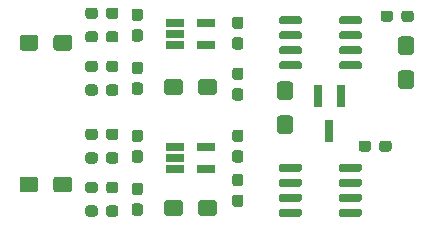
<source format=gbr>
%TF.GenerationSoftware,KiCad,Pcbnew,5.1.9*%
%TF.CreationDate,2021-01-25T14:22:29+03:00*%
%TF.ProjectId,dual-mcp3201-pmod,6475616c-2d6d-4637-9033-3230312d706d,rev?*%
%TF.SameCoordinates,PX4c4b400PY8583b00*%
%TF.FileFunction,Paste,Top*%
%TF.FilePolarity,Positive*%
%FSLAX46Y46*%
G04 Gerber Fmt 4.6, Leading zero omitted, Abs format (unit mm)*
G04 Created by KiCad (PCBNEW 5.1.9) date 2021-01-25 14:22:29*
%MOMM*%
%LPD*%
G01*
G04 APERTURE LIST*
%ADD10R,0.800000X1.900000*%
%ADD11R,1.560000X0.650000*%
G04 APERTURE END LIST*
%TO.C,C12*%
G36*
G01*
X26487500Y17175000D02*
X26012500Y17175000D01*
G75*
G02*
X25775000Y17412500I0J237500D01*
G01*
X25775000Y17987500D01*
G75*
G02*
X26012500Y18225000I237500J0D01*
G01*
X26487500Y18225000D01*
G75*
G02*
X26725000Y17987500I0J-237500D01*
G01*
X26725000Y17412500D01*
G75*
G02*
X26487500Y17175000I-237500J0D01*
G01*
G37*
G36*
G01*
X26487500Y15425000D02*
X26012500Y15425000D01*
G75*
G02*
X25775000Y15662500I0J237500D01*
G01*
X25775000Y16237500D01*
G75*
G02*
X26012500Y16475000I237500J0D01*
G01*
X26487500Y16475000D01*
G75*
G02*
X26725000Y16237500I0J-237500D01*
G01*
X26725000Y15662500D01*
G75*
G02*
X26487500Y15425000I-237500J0D01*
G01*
G37*
%TD*%
%TO.C,C11*%
G36*
G01*
X21600000Y12675001D02*
X21600000Y11824999D01*
G75*
G02*
X21350001Y11575000I-249999J0D01*
G01*
X20274999Y11575000D01*
G75*
G02*
X20025000Y11824999I0J249999D01*
G01*
X20025000Y12675001D01*
G75*
G02*
X20274999Y12925000I249999J0D01*
G01*
X21350001Y12925000D01*
G75*
G02*
X21600000Y12675001I0J-249999D01*
G01*
G37*
G36*
G01*
X24475000Y12675001D02*
X24475000Y11824999D01*
G75*
G02*
X24225001Y11575000I-249999J0D01*
G01*
X23149999Y11575000D01*
G75*
G02*
X22900000Y11824999I0J249999D01*
G01*
X22900000Y12675001D01*
G75*
G02*
X23149999Y12925000I249999J0D01*
G01*
X24225001Y12925000D01*
G75*
G02*
X24475000Y12675001I0J-249999D01*
G01*
G37*
%TD*%
%TO.C,C10*%
G36*
G01*
X14400000Y14237500D02*
X14400000Y13762500D01*
G75*
G02*
X14162500Y13525000I-237500J0D01*
G01*
X13587500Y13525000D01*
G75*
G02*
X13350000Y13762500I0J237500D01*
G01*
X13350000Y14237500D01*
G75*
G02*
X13587500Y14475000I237500J0D01*
G01*
X14162500Y14475000D01*
G75*
G02*
X14400000Y14237500I0J-237500D01*
G01*
G37*
G36*
G01*
X16150000Y14237500D02*
X16150000Y13762500D01*
G75*
G02*
X15912500Y13525000I-237500J0D01*
G01*
X15337500Y13525000D01*
G75*
G02*
X15100000Y13762500I0J237500D01*
G01*
X15100000Y14237500D01*
G75*
G02*
X15337500Y14475000I237500J0D01*
G01*
X15912500Y14475000D01*
G75*
G02*
X16150000Y14237500I0J-237500D01*
G01*
G37*
%TD*%
%TO.C,C9*%
G36*
G01*
X10650000Y15574999D02*
X10650000Y16425001D01*
G75*
G02*
X10899999Y16675000I249999J0D01*
G01*
X11975001Y16675000D01*
G75*
G02*
X12225000Y16425001I0J-249999D01*
G01*
X12225000Y15574999D01*
G75*
G02*
X11975001Y15325000I-249999J0D01*
G01*
X10899999Y15325000D01*
G75*
G02*
X10650000Y15574999I0J249999D01*
G01*
G37*
G36*
G01*
X7775000Y15574999D02*
X7775000Y16425001D01*
G75*
G02*
X8024999Y16675000I249999J0D01*
G01*
X9100001Y16675000D01*
G75*
G02*
X9350000Y16425001I0J-249999D01*
G01*
X9350000Y15574999D01*
G75*
G02*
X9100001Y15325000I-249999J0D01*
G01*
X8024999Y15325000D01*
G75*
G02*
X7775000Y15574999I0J249999D01*
G01*
G37*
%TD*%
%TO.C,C8*%
G36*
G01*
X17512500Y17150000D02*
X17987500Y17150000D01*
G75*
G02*
X18225000Y16912500I0J-237500D01*
G01*
X18225000Y16337500D01*
G75*
G02*
X17987500Y16100000I-237500J0D01*
G01*
X17512500Y16100000D01*
G75*
G02*
X17275000Y16337500I0J237500D01*
G01*
X17275000Y16912500D01*
G75*
G02*
X17512500Y17150000I237500J0D01*
G01*
G37*
G36*
G01*
X17512500Y18900000D02*
X17987500Y18900000D01*
G75*
G02*
X18225000Y18662500I0J-237500D01*
G01*
X18225000Y18087500D01*
G75*
G02*
X17987500Y17850000I-237500J0D01*
G01*
X17512500Y17850000D01*
G75*
G02*
X17275000Y18087500I0J237500D01*
G01*
X17275000Y18662500D01*
G75*
G02*
X17512500Y18900000I237500J0D01*
G01*
G37*
%TD*%
%TO.C,C7*%
G36*
G01*
X40925001Y14962500D02*
X40074999Y14962500D01*
G75*
G02*
X39825000Y15212499I0J249999D01*
G01*
X39825000Y16287501D01*
G75*
G02*
X40074999Y16537500I249999J0D01*
G01*
X40925001Y16537500D01*
G75*
G02*
X41175000Y16287501I0J-249999D01*
G01*
X41175000Y15212499D01*
G75*
G02*
X40925001Y14962500I-249999J0D01*
G01*
G37*
G36*
G01*
X40925001Y12087500D02*
X40074999Y12087500D01*
G75*
G02*
X39825000Y12337499I0J249999D01*
G01*
X39825000Y13412501D01*
G75*
G02*
X40074999Y13662500I249999J0D01*
G01*
X40925001Y13662500D01*
G75*
G02*
X41175000Y13412501I0J-249999D01*
G01*
X41175000Y12337499D01*
G75*
G02*
X40925001Y12087500I-249999J0D01*
G01*
G37*
%TD*%
%TO.C,C14*%
G36*
G01*
X30675001Y11150000D02*
X29824999Y11150000D01*
G75*
G02*
X29575000Y11399999I0J249999D01*
G01*
X29575000Y12475001D01*
G75*
G02*
X29824999Y12725000I249999J0D01*
G01*
X30675001Y12725000D01*
G75*
G02*
X30925000Y12475001I0J-249999D01*
G01*
X30925000Y11399999D01*
G75*
G02*
X30675001Y11150000I-249999J0D01*
G01*
G37*
G36*
G01*
X30675001Y8275000D02*
X29824999Y8275000D01*
G75*
G02*
X29575000Y8524999I0J249999D01*
G01*
X29575000Y9600001D01*
G75*
G02*
X29824999Y9850000I249999J0D01*
G01*
X30675001Y9850000D01*
G75*
G02*
X30925000Y9600001I0J-249999D01*
G01*
X30925000Y8524999D01*
G75*
G02*
X30675001Y8275000I-249999J0D01*
G01*
G37*
%TD*%
%TO.C,C6*%
G36*
G01*
X37525000Y7487500D02*
X37525000Y7012500D01*
G75*
G02*
X37287500Y6775000I-237500J0D01*
G01*
X36712500Y6775000D01*
G75*
G02*
X36475000Y7012500I0J237500D01*
G01*
X36475000Y7487500D01*
G75*
G02*
X36712500Y7725000I237500J0D01*
G01*
X37287500Y7725000D01*
G75*
G02*
X37525000Y7487500I0J-237500D01*
G01*
G37*
G36*
G01*
X39275000Y7487500D02*
X39275000Y7012500D01*
G75*
G02*
X39037500Y6775000I-237500J0D01*
G01*
X38462500Y6775000D01*
G75*
G02*
X38225000Y7012500I0J237500D01*
G01*
X38225000Y7487500D01*
G75*
G02*
X38462500Y7725000I237500J0D01*
G01*
X39037500Y7725000D01*
G75*
G02*
X39275000Y7487500I0J-237500D01*
G01*
G37*
%TD*%
%TO.C,R10*%
G36*
G01*
X17512500Y12650000D02*
X17987500Y12650000D01*
G75*
G02*
X18225000Y12412500I0J-237500D01*
G01*
X18225000Y11837500D01*
G75*
G02*
X17987500Y11600000I-237500J0D01*
G01*
X17512500Y11600000D01*
G75*
G02*
X17275000Y11837500I0J237500D01*
G01*
X17275000Y12412500D01*
G75*
G02*
X17512500Y12650000I237500J0D01*
G01*
G37*
G36*
G01*
X17512500Y14400000D02*
X17987500Y14400000D01*
G75*
G02*
X18225000Y14162500I0J-237500D01*
G01*
X18225000Y13587500D01*
G75*
G02*
X17987500Y13350000I-237500J0D01*
G01*
X17512500Y13350000D01*
G75*
G02*
X17275000Y13587500I0J237500D01*
G01*
X17275000Y14162500D01*
G75*
G02*
X17512500Y14400000I237500J0D01*
G01*
G37*
%TD*%
%TO.C,R9*%
G36*
G01*
X15100000Y18262500D02*
X15100000Y18737500D01*
G75*
G02*
X15337500Y18975000I237500J0D01*
G01*
X15912500Y18975000D01*
G75*
G02*
X16150000Y18737500I0J-237500D01*
G01*
X16150000Y18262500D01*
G75*
G02*
X15912500Y18025000I-237500J0D01*
G01*
X15337500Y18025000D01*
G75*
G02*
X15100000Y18262500I0J237500D01*
G01*
G37*
G36*
G01*
X13350000Y18262500D02*
X13350000Y18737500D01*
G75*
G02*
X13587500Y18975000I237500J0D01*
G01*
X14162500Y18975000D01*
G75*
G02*
X14400000Y18737500I0J-237500D01*
G01*
X14400000Y18262500D01*
G75*
G02*
X14162500Y18025000I-237500J0D01*
G01*
X13587500Y18025000D01*
G75*
G02*
X13350000Y18262500I0J237500D01*
G01*
G37*
%TD*%
%TO.C,R8*%
G36*
G01*
X15100000Y11762500D02*
X15100000Y12237500D01*
G75*
G02*
X15337500Y12475000I237500J0D01*
G01*
X15912500Y12475000D01*
G75*
G02*
X16150000Y12237500I0J-237500D01*
G01*
X16150000Y11762500D01*
G75*
G02*
X15912500Y11525000I-237500J0D01*
G01*
X15337500Y11525000D01*
G75*
G02*
X15100000Y11762500I0J237500D01*
G01*
G37*
G36*
G01*
X13350000Y11762500D02*
X13350000Y12237500D01*
G75*
G02*
X13587500Y12475000I237500J0D01*
G01*
X14162500Y12475000D01*
G75*
G02*
X14400000Y12237500I0J-237500D01*
G01*
X14400000Y11762500D01*
G75*
G02*
X14162500Y11525000I-237500J0D01*
G01*
X13587500Y11525000D01*
G75*
G02*
X13350000Y11762500I0J237500D01*
G01*
G37*
%TD*%
%TO.C,R7*%
G36*
G01*
X26012500Y12150000D02*
X26487500Y12150000D01*
G75*
G02*
X26725000Y11912500I0J-237500D01*
G01*
X26725000Y11337500D01*
G75*
G02*
X26487500Y11100000I-237500J0D01*
G01*
X26012500Y11100000D01*
G75*
G02*
X25775000Y11337500I0J237500D01*
G01*
X25775000Y11912500D01*
G75*
G02*
X26012500Y12150000I237500J0D01*
G01*
G37*
G36*
G01*
X26012500Y13900000D02*
X26487500Y13900000D01*
G75*
G02*
X26725000Y13662500I0J-237500D01*
G01*
X26725000Y13087500D01*
G75*
G02*
X26487500Y12850000I-237500J0D01*
G01*
X26012500Y12850000D01*
G75*
G02*
X25775000Y13087500I0J237500D01*
G01*
X25775000Y13662500D01*
G75*
G02*
X26012500Y13900000I237500J0D01*
G01*
G37*
%TD*%
%TO.C,R6*%
G36*
G01*
X15100000Y16262500D02*
X15100000Y16737500D01*
G75*
G02*
X15337500Y16975000I237500J0D01*
G01*
X15912500Y16975000D01*
G75*
G02*
X16150000Y16737500I0J-237500D01*
G01*
X16150000Y16262500D01*
G75*
G02*
X15912500Y16025000I-237500J0D01*
G01*
X15337500Y16025000D01*
G75*
G02*
X15100000Y16262500I0J237500D01*
G01*
G37*
G36*
G01*
X13350000Y16262500D02*
X13350000Y16737500D01*
G75*
G02*
X13587500Y16975000I237500J0D01*
G01*
X14162500Y16975000D01*
G75*
G02*
X14400000Y16737500I0J-237500D01*
G01*
X14400000Y16262500D01*
G75*
G02*
X14162500Y16025000I-237500J0D01*
G01*
X13587500Y16025000D01*
G75*
G02*
X13350000Y16262500I0J237500D01*
G01*
G37*
%TD*%
%TO.C,R5*%
G36*
G01*
X17512500Y2400000D02*
X17987500Y2400000D01*
G75*
G02*
X18225000Y2162500I0J-237500D01*
G01*
X18225000Y1587500D01*
G75*
G02*
X17987500Y1350000I-237500J0D01*
G01*
X17512500Y1350000D01*
G75*
G02*
X17275000Y1587500I0J237500D01*
G01*
X17275000Y2162500D01*
G75*
G02*
X17512500Y2400000I237500J0D01*
G01*
G37*
G36*
G01*
X17512500Y4150000D02*
X17987500Y4150000D01*
G75*
G02*
X18225000Y3912500I0J-237500D01*
G01*
X18225000Y3337500D01*
G75*
G02*
X17987500Y3100000I-237500J0D01*
G01*
X17512500Y3100000D01*
G75*
G02*
X17275000Y3337500I0J237500D01*
G01*
X17275000Y3912500D01*
G75*
G02*
X17512500Y4150000I237500J0D01*
G01*
G37*
%TD*%
%TO.C,R4*%
G36*
G01*
X15100000Y8012500D02*
X15100000Y8487500D01*
G75*
G02*
X15337500Y8725000I237500J0D01*
G01*
X15912500Y8725000D01*
G75*
G02*
X16150000Y8487500I0J-237500D01*
G01*
X16150000Y8012500D01*
G75*
G02*
X15912500Y7775000I-237500J0D01*
G01*
X15337500Y7775000D01*
G75*
G02*
X15100000Y8012500I0J237500D01*
G01*
G37*
G36*
G01*
X13350000Y8012500D02*
X13350000Y8487500D01*
G75*
G02*
X13587500Y8725000I237500J0D01*
G01*
X14162500Y8725000D01*
G75*
G02*
X14400000Y8487500I0J-237500D01*
G01*
X14400000Y8012500D01*
G75*
G02*
X14162500Y7775000I-237500J0D01*
G01*
X13587500Y7775000D01*
G75*
G02*
X13350000Y8012500I0J237500D01*
G01*
G37*
%TD*%
%TO.C,R3*%
G36*
G01*
X15100000Y1512500D02*
X15100000Y1987500D01*
G75*
G02*
X15337500Y2225000I237500J0D01*
G01*
X15912500Y2225000D01*
G75*
G02*
X16150000Y1987500I0J-237500D01*
G01*
X16150000Y1512500D01*
G75*
G02*
X15912500Y1275000I-237500J0D01*
G01*
X15337500Y1275000D01*
G75*
G02*
X15100000Y1512500I0J237500D01*
G01*
G37*
G36*
G01*
X13350000Y1512500D02*
X13350000Y1987500D01*
G75*
G02*
X13587500Y2225000I237500J0D01*
G01*
X14162500Y2225000D01*
G75*
G02*
X14400000Y1987500I0J-237500D01*
G01*
X14400000Y1512500D01*
G75*
G02*
X14162500Y1275000I-237500J0D01*
G01*
X13587500Y1275000D01*
G75*
G02*
X13350000Y1512500I0J237500D01*
G01*
G37*
%TD*%
%TO.C,R2*%
G36*
G01*
X26487500Y3850000D02*
X26012500Y3850000D01*
G75*
G02*
X25775000Y4087500I0J237500D01*
G01*
X25775000Y4662500D01*
G75*
G02*
X26012500Y4900000I237500J0D01*
G01*
X26487500Y4900000D01*
G75*
G02*
X26725000Y4662500I0J-237500D01*
G01*
X26725000Y4087500D01*
G75*
G02*
X26487500Y3850000I-237500J0D01*
G01*
G37*
G36*
G01*
X26487500Y2100000D02*
X26012500Y2100000D01*
G75*
G02*
X25775000Y2337500I0J237500D01*
G01*
X25775000Y2912500D01*
G75*
G02*
X26012500Y3150000I237500J0D01*
G01*
X26487500Y3150000D01*
G75*
G02*
X26725000Y2912500I0J-237500D01*
G01*
X26725000Y2337500D01*
G75*
G02*
X26487500Y2100000I-237500J0D01*
G01*
G37*
%TD*%
%TO.C,R1*%
G36*
G01*
X15100000Y6012500D02*
X15100000Y6487500D01*
G75*
G02*
X15337500Y6725000I237500J0D01*
G01*
X15912500Y6725000D01*
G75*
G02*
X16150000Y6487500I0J-237500D01*
G01*
X16150000Y6012500D01*
G75*
G02*
X15912500Y5775000I-237500J0D01*
G01*
X15337500Y5775000D01*
G75*
G02*
X15100000Y6012500I0J237500D01*
G01*
G37*
G36*
G01*
X13350000Y6012500D02*
X13350000Y6487500D01*
G75*
G02*
X13587500Y6725000I237500J0D01*
G01*
X14162500Y6725000D01*
G75*
G02*
X14400000Y6487500I0J-237500D01*
G01*
X14400000Y6012500D01*
G75*
G02*
X14162500Y5775000I-237500J0D01*
G01*
X13587500Y5775000D01*
G75*
G02*
X13350000Y6012500I0J237500D01*
G01*
G37*
%TD*%
D10*
%TO.C,D5*%
X34000000Y8500000D03*
X33050000Y11500000D03*
X34950000Y11500000D03*
%TD*%
%TO.C,D4*%
G36*
G01*
X34800000Y17742500D02*
X34800000Y18067500D01*
G75*
G02*
X34962500Y18230000I162500J0D01*
G01*
X36612500Y18230000D01*
G75*
G02*
X36775000Y18067500I0J-162500D01*
G01*
X36775000Y17742500D01*
G75*
G02*
X36612500Y17580000I-162500J0D01*
G01*
X34962500Y17580000D01*
G75*
G02*
X34800000Y17742500I0J162500D01*
G01*
G37*
G36*
G01*
X34800000Y16472500D02*
X34800000Y16797500D01*
G75*
G02*
X34962500Y16960000I162500J0D01*
G01*
X36612500Y16960000D01*
G75*
G02*
X36775000Y16797500I0J-162500D01*
G01*
X36775000Y16472500D01*
G75*
G02*
X36612500Y16310000I-162500J0D01*
G01*
X34962500Y16310000D01*
G75*
G02*
X34800000Y16472500I0J162500D01*
G01*
G37*
G36*
G01*
X34800000Y15202500D02*
X34800000Y15527500D01*
G75*
G02*
X34962500Y15690000I162500J0D01*
G01*
X36612500Y15690000D01*
G75*
G02*
X36775000Y15527500I0J-162500D01*
G01*
X36775000Y15202500D01*
G75*
G02*
X36612500Y15040000I-162500J0D01*
G01*
X34962500Y15040000D01*
G75*
G02*
X34800000Y15202500I0J162500D01*
G01*
G37*
G36*
G01*
X34800000Y13932500D02*
X34800000Y14257500D01*
G75*
G02*
X34962500Y14420000I162500J0D01*
G01*
X36612500Y14420000D01*
G75*
G02*
X36775000Y14257500I0J-162500D01*
G01*
X36775000Y13932500D01*
G75*
G02*
X36612500Y13770000I-162500J0D01*
G01*
X34962500Y13770000D01*
G75*
G02*
X34800000Y13932500I0J162500D01*
G01*
G37*
G36*
G01*
X29725000Y13932500D02*
X29725000Y14257500D01*
G75*
G02*
X29887500Y14420000I162500J0D01*
G01*
X31537500Y14420000D01*
G75*
G02*
X31700000Y14257500I0J-162500D01*
G01*
X31700000Y13932500D01*
G75*
G02*
X31537500Y13770000I-162500J0D01*
G01*
X29887500Y13770000D01*
G75*
G02*
X29725000Y13932500I0J162500D01*
G01*
G37*
G36*
G01*
X29725000Y15202500D02*
X29725000Y15527500D01*
G75*
G02*
X29887500Y15690000I162500J0D01*
G01*
X31537500Y15690000D01*
G75*
G02*
X31700000Y15527500I0J-162500D01*
G01*
X31700000Y15202500D01*
G75*
G02*
X31537500Y15040000I-162500J0D01*
G01*
X29887500Y15040000D01*
G75*
G02*
X29725000Y15202500I0J162500D01*
G01*
G37*
G36*
G01*
X29725000Y16472500D02*
X29725000Y16797500D01*
G75*
G02*
X29887500Y16960000I162500J0D01*
G01*
X31537500Y16960000D01*
G75*
G02*
X31700000Y16797500I0J-162500D01*
G01*
X31700000Y16472500D01*
G75*
G02*
X31537500Y16310000I-162500J0D01*
G01*
X29887500Y16310000D01*
G75*
G02*
X29725000Y16472500I0J162500D01*
G01*
G37*
G36*
G01*
X29725000Y17742500D02*
X29725000Y18067500D01*
G75*
G02*
X29887500Y18230000I162500J0D01*
G01*
X31537500Y18230000D01*
G75*
G02*
X31700000Y18067500I0J-162500D01*
G01*
X31700000Y17742500D01*
G75*
G02*
X31537500Y17580000I-162500J0D01*
G01*
X29887500Y17580000D01*
G75*
G02*
X29725000Y17742500I0J162500D01*
G01*
G37*
%TD*%
D11*
%TO.C,D3*%
X23600000Y17700000D03*
X23600000Y15800000D03*
X20900000Y15800000D03*
X20900000Y16750000D03*
X20900000Y17700000D03*
%TD*%
%TO.C,D2*%
G36*
G01*
X34800000Y5242500D02*
X34800000Y5567500D01*
G75*
G02*
X34962500Y5730000I162500J0D01*
G01*
X36612500Y5730000D01*
G75*
G02*
X36775000Y5567500I0J-162500D01*
G01*
X36775000Y5242500D01*
G75*
G02*
X36612500Y5080000I-162500J0D01*
G01*
X34962500Y5080000D01*
G75*
G02*
X34800000Y5242500I0J162500D01*
G01*
G37*
G36*
G01*
X34800000Y3972500D02*
X34800000Y4297500D01*
G75*
G02*
X34962500Y4460000I162500J0D01*
G01*
X36612500Y4460000D01*
G75*
G02*
X36775000Y4297500I0J-162500D01*
G01*
X36775000Y3972500D01*
G75*
G02*
X36612500Y3810000I-162500J0D01*
G01*
X34962500Y3810000D01*
G75*
G02*
X34800000Y3972500I0J162500D01*
G01*
G37*
G36*
G01*
X34800000Y2702500D02*
X34800000Y3027500D01*
G75*
G02*
X34962500Y3190000I162500J0D01*
G01*
X36612500Y3190000D01*
G75*
G02*
X36775000Y3027500I0J-162500D01*
G01*
X36775000Y2702500D01*
G75*
G02*
X36612500Y2540000I-162500J0D01*
G01*
X34962500Y2540000D01*
G75*
G02*
X34800000Y2702500I0J162500D01*
G01*
G37*
G36*
G01*
X34800000Y1432500D02*
X34800000Y1757500D01*
G75*
G02*
X34962500Y1920000I162500J0D01*
G01*
X36612500Y1920000D01*
G75*
G02*
X36775000Y1757500I0J-162500D01*
G01*
X36775000Y1432500D01*
G75*
G02*
X36612500Y1270000I-162500J0D01*
G01*
X34962500Y1270000D01*
G75*
G02*
X34800000Y1432500I0J162500D01*
G01*
G37*
G36*
G01*
X29725000Y1432500D02*
X29725000Y1757500D01*
G75*
G02*
X29887500Y1920000I162500J0D01*
G01*
X31537500Y1920000D01*
G75*
G02*
X31700000Y1757500I0J-162500D01*
G01*
X31700000Y1432500D01*
G75*
G02*
X31537500Y1270000I-162500J0D01*
G01*
X29887500Y1270000D01*
G75*
G02*
X29725000Y1432500I0J162500D01*
G01*
G37*
G36*
G01*
X29725000Y2702500D02*
X29725000Y3027500D01*
G75*
G02*
X29887500Y3190000I162500J0D01*
G01*
X31537500Y3190000D01*
G75*
G02*
X31700000Y3027500I0J-162500D01*
G01*
X31700000Y2702500D01*
G75*
G02*
X31537500Y2540000I-162500J0D01*
G01*
X29887500Y2540000D01*
G75*
G02*
X29725000Y2702500I0J162500D01*
G01*
G37*
G36*
G01*
X29725000Y3972500D02*
X29725000Y4297500D01*
G75*
G02*
X29887500Y4460000I162500J0D01*
G01*
X31537500Y4460000D01*
G75*
G02*
X31700000Y4297500I0J-162500D01*
G01*
X31700000Y3972500D01*
G75*
G02*
X31537500Y3810000I-162500J0D01*
G01*
X29887500Y3810000D01*
G75*
G02*
X29725000Y3972500I0J162500D01*
G01*
G37*
G36*
G01*
X29725000Y5242500D02*
X29725000Y5567500D01*
G75*
G02*
X29887500Y5730000I162500J0D01*
G01*
X31537500Y5730000D01*
G75*
G02*
X31700000Y5567500I0J-162500D01*
G01*
X31700000Y5242500D01*
G75*
G02*
X31537500Y5080000I-162500J0D01*
G01*
X29887500Y5080000D01*
G75*
G02*
X29725000Y5242500I0J162500D01*
G01*
G37*
%TD*%
%TO.C,D1*%
X23600000Y7200000D03*
X23600000Y5300000D03*
X20900000Y5300000D03*
X20900000Y6250000D03*
X20900000Y7200000D03*
%TD*%
%TO.C,C13*%
G36*
G01*
X39400000Y18487500D02*
X39400000Y18012500D01*
G75*
G02*
X39162500Y17775000I-237500J0D01*
G01*
X38587500Y17775000D01*
G75*
G02*
X38350000Y18012500I0J237500D01*
G01*
X38350000Y18487500D01*
G75*
G02*
X38587500Y18725000I237500J0D01*
G01*
X39162500Y18725000D01*
G75*
G02*
X39400000Y18487500I0J-237500D01*
G01*
G37*
G36*
G01*
X41150000Y18487500D02*
X41150000Y18012500D01*
G75*
G02*
X40912500Y17775000I-237500J0D01*
G01*
X40337500Y17775000D01*
G75*
G02*
X40100000Y18012500I0J237500D01*
G01*
X40100000Y18487500D01*
G75*
G02*
X40337500Y18725000I237500J0D01*
G01*
X40912500Y18725000D01*
G75*
G02*
X41150000Y18487500I0J-237500D01*
G01*
G37*
%TD*%
%TO.C,C5*%
G36*
G01*
X26012500Y6900000D02*
X26487500Y6900000D01*
G75*
G02*
X26725000Y6662500I0J-237500D01*
G01*
X26725000Y6087500D01*
G75*
G02*
X26487500Y5850000I-237500J0D01*
G01*
X26012500Y5850000D01*
G75*
G02*
X25775000Y6087500I0J237500D01*
G01*
X25775000Y6662500D01*
G75*
G02*
X26012500Y6900000I237500J0D01*
G01*
G37*
G36*
G01*
X26012500Y8650000D02*
X26487500Y8650000D01*
G75*
G02*
X26725000Y8412500I0J-237500D01*
G01*
X26725000Y7837500D01*
G75*
G02*
X26487500Y7600000I-237500J0D01*
G01*
X26012500Y7600000D01*
G75*
G02*
X25775000Y7837500I0J237500D01*
G01*
X25775000Y8412500D01*
G75*
G02*
X26012500Y8650000I237500J0D01*
G01*
G37*
%TD*%
%TO.C,C4*%
G36*
G01*
X21600000Y2425001D02*
X21600000Y1574999D01*
G75*
G02*
X21350001Y1325000I-249999J0D01*
G01*
X20274999Y1325000D01*
G75*
G02*
X20025000Y1574999I0J249999D01*
G01*
X20025000Y2425001D01*
G75*
G02*
X20274999Y2675000I249999J0D01*
G01*
X21350001Y2675000D01*
G75*
G02*
X21600000Y2425001I0J-249999D01*
G01*
G37*
G36*
G01*
X24475000Y2425001D02*
X24475000Y1574999D01*
G75*
G02*
X24225001Y1325000I-249999J0D01*
G01*
X23149999Y1325000D01*
G75*
G02*
X22900000Y1574999I0J249999D01*
G01*
X22900000Y2425001D01*
G75*
G02*
X23149999Y2675000I249999J0D01*
G01*
X24225001Y2675000D01*
G75*
G02*
X24475000Y2425001I0J-249999D01*
G01*
G37*
%TD*%
%TO.C,C3*%
G36*
G01*
X14400000Y3987500D02*
X14400000Y3512500D01*
G75*
G02*
X14162500Y3275000I-237500J0D01*
G01*
X13587500Y3275000D01*
G75*
G02*
X13350000Y3512500I0J237500D01*
G01*
X13350000Y3987500D01*
G75*
G02*
X13587500Y4225000I237500J0D01*
G01*
X14162500Y4225000D01*
G75*
G02*
X14400000Y3987500I0J-237500D01*
G01*
G37*
G36*
G01*
X16150000Y3987500D02*
X16150000Y3512500D01*
G75*
G02*
X15912500Y3275000I-237500J0D01*
G01*
X15337500Y3275000D01*
G75*
G02*
X15100000Y3512500I0J237500D01*
G01*
X15100000Y3987500D01*
G75*
G02*
X15337500Y4225000I237500J0D01*
G01*
X15912500Y4225000D01*
G75*
G02*
X16150000Y3987500I0J-237500D01*
G01*
G37*
%TD*%
%TO.C,C2*%
G36*
G01*
X10650000Y3574999D02*
X10650000Y4425001D01*
G75*
G02*
X10899999Y4675000I249999J0D01*
G01*
X11975001Y4675000D01*
G75*
G02*
X12225000Y4425001I0J-249999D01*
G01*
X12225000Y3574999D01*
G75*
G02*
X11975001Y3325000I-249999J0D01*
G01*
X10899999Y3325000D01*
G75*
G02*
X10650000Y3574999I0J249999D01*
G01*
G37*
G36*
G01*
X7775000Y3574999D02*
X7775000Y4425001D01*
G75*
G02*
X8024999Y4675000I249999J0D01*
G01*
X9100001Y4675000D01*
G75*
G02*
X9350000Y4425001I0J-249999D01*
G01*
X9350000Y3574999D01*
G75*
G02*
X9100001Y3325000I-249999J0D01*
G01*
X8024999Y3325000D01*
G75*
G02*
X7775000Y3574999I0J249999D01*
G01*
G37*
%TD*%
%TO.C,C1*%
G36*
G01*
X17512500Y6900000D02*
X17987500Y6900000D01*
G75*
G02*
X18225000Y6662500I0J-237500D01*
G01*
X18225000Y6087500D01*
G75*
G02*
X17987500Y5850000I-237500J0D01*
G01*
X17512500Y5850000D01*
G75*
G02*
X17275000Y6087500I0J237500D01*
G01*
X17275000Y6662500D01*
G75*
G02*
X17512500Y6900000I237500J0D01*
G01*
G37*
G36*
G01*
X17512500Y8650000D02*
X17987500Y8650000D01*
G75*
G02*
X18225000Y8412500I0J-237500D01*
G01*
X18225000Y7837500D01*
G75*
G02*
X17987500Y7600000I-237500J0D01*
G01*
X17512500Y7600000D01*
G75*
G02*
X17275000Y7837500I0J237500D01*
G01*
X17275000Y8412500D01*
G75*
G02*
X17512500Y8650000I237500J0D01*
G01*
G37*
%TD*%
M02*

</source>
